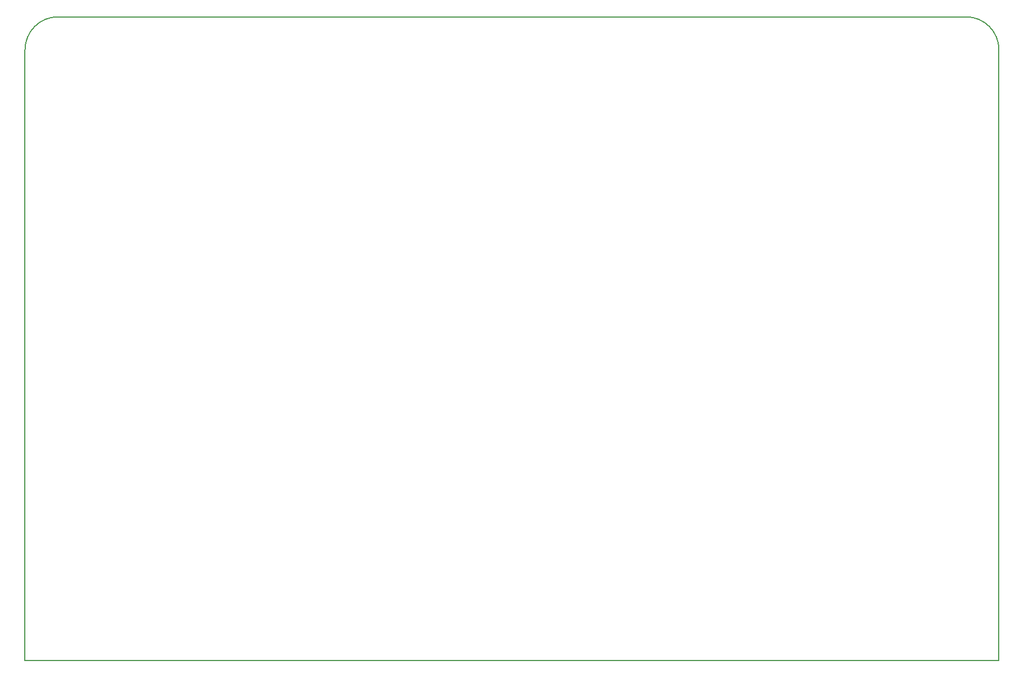
<source format=gbr>
%TF.GenerationSoftware,KiCad,Pcbnew,9.0.0*%
%TF.CreationDate,2025-06-03T10:16:40-05:00*%
%TF.ProjectId,TMSHB_CLK,544d5348-425f-4434-9c4b-2e6b69636164,rev?*%
%TF.SameCoordinates,PX48ab840PY8eeaea0*%
%TF.FileFunction,Profile,NP*%
%FSLAX46Y46*%
G04 Gerber Fmt 4.6, Leading zero omitted, Abs format (unit mm)*
G04 Created by KiCad (PCBNEW 9.0.0) date 2025-06-03 10:16:40*
%MOMM*%
%LPD*%
G01*
G04 APERTURE LIST*
%TA.AperFunction,Profile*%
%ADD10C,0.200000*%
%TD*%
G04 APERTURE END LIST*
D10*
X0Y93980000D02*
G75*
G02*
X5080000Y99060000I5080000J0D01*
G01*
X149860000Y0D02*
X149860000Y93980000D01*
X0Y93980000D02*
X0Y0D01*
X0Y0D02*
X149860000Y0D01*
X144780000Y99060000D02*
X5080000Y99060000D01*
X144780000Y99060000D02*
G75*
G02*
X149860000Y93980000I0J-5080000D01*
G01*
M02*

</source>
